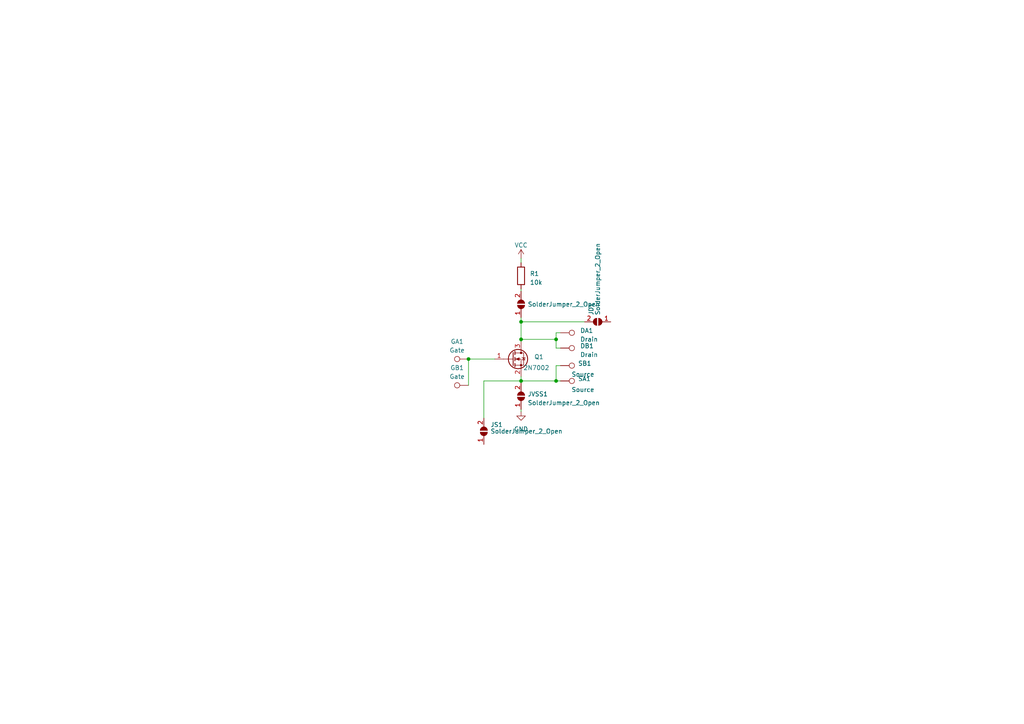
<source format=kicad_sch>
(kicad_sch (version 20230121) (generator eeschema)
  (paper "A4")
  (lib_symbols
    (symbol "Connector:TestPoint" (pin_numbers hide) (pin_names (offset 0.762) hide)
      (property "Reference" "TP" (at 0 6.858 0))
      (property "Value" "TestPoint" (at 0 5.08 0))
      (symbol "TestPoint_0_1"
        (circle (center 0 3.302) (radius 0.762))
      )
      (symbol "TestPoint_1_1"
        (pin passive line (at 0 0 90) (length 2.54) (name "1") (number "1"))
      )
    )
    (symbol "Device:R" (pin_numbers hide) (pin_names (offset 0))
      (property "Reference" "R" (at 2.032 0 90))
      (property "Value" "R" (at 0 0 90))
      (symbol "R_0_1"
        (rectangle (start -1.016 -2.54) (end 1.016 2.54) (stroke (width 0.254)))
      )
      (symbol "R_1_1"
        (pin passive line (at 0 3.81 270) (length 1.27) (name "~") (number "1"))
        (pin passive line (at 0 -3.81 90) (length 1.27) (name "~") (number "2"))
      )
    )
    (symbol "Jumper:SolderJumper_2_Open" (pin_names (offset 0) hide)
      (property "Reference" "JP" (at 0 2.032 0))
      (property "Value" "SolderJumper_2_Open" (at 0 -2.54 0))
      (symbol "SolderJumper_2_Open_0_1"
        (arc (start -0.254 1.016) (mid -1.2656 0) (end -0.254 -1.016))
        (arc (start -0.254 1.016) (mid -1.2656 0) (end -0.254 -1.016) (fill (type outline)))
        (polyline (pts (xy -0.254 1.016) (xy -0.254 -1.016)))
        (polyline (pts (xy 0.254 1.016) (xy 0.254 -1.016)))
        (arc (start 0.254 -1.016) (mid 1.2656 0) (end 0.254 1.016))
        (arc (start 0.254 -1.016) (mid 1.2656 0) (end 0.254 1.016) (fill (type outline)))
      )
      (symbol "SolderJumper_2_Open_1_1"
        (pin passive line (at -3.81 0 0) (length 2.54) (name "A") (number "1"))
        (pin passive line (at 3.81 0 180) (length 2.54) (name "B") (number "2"))
      )
    )
    (symbol "Transistor_FET:2N7002" (pin_names hide)
      (property "Reference" "Q" (at 5.08 1.905 0))
      (property "Value" "2N7002" (at 5.08 0 0))
      (symbol "2N7002_0_1"
        (polyline (pts (xy 0.254 0) (xy -2.54 0)))
        (polyline (pts (xy 0.254 1.905) (xy 0.254 -1.905)) (stroke (width 0.254)))
        (polyline (pts (xy 0.762 -1.27) (xy 0.762 -2.286)) (stroke (width 0.254)))
        (polyline (pts (xy 0.762 0.508) (xy 0.762 -0.508)) (stroke (width 0.254)))
        (polyline (pts (xy 0.762 2.286) (xy 0.762 1.27)) (stroke (width 0.254)))
        (polyline (pts (xy 2.54 2.54) (xy 2.54 1.778)))
        (polyline (pts (xy 2.54 -2.54) (xy 2.54 0) (xy 0.762 0)))
        (polyline (pts (xy 0.762 -1.778) (xy 3.302 -1.778) (xy 3.302 1.778) (xy 0.762 1.778)))
        (polyline (pts (xy 1.016 0) (xy 2.032 0.381) (xy 2.032 -0.381) (xy 1.016 0)) (fill (type outline)))
        (polyline (pts (xy 2.794 0.508) (xy 2.921 0.381) (xy 3.683 0.381) (xy 3.81 0.254)))
        (polyline (pts (xy 3.302 0.381) (xy 2.921 -0.254) (xy 3.683 -0.254) (xy 3.302 0.381)))
        (circle (center 1.651 0) (radius 2.794) (stroke (width 0.254)))
        (circle (center 2.54 -1.778) (radius 0.254) (fill (type outline)))
        (circle (center 2.54 1.778) (radius 0.254) (fill (type outline)))
      )
      (symbol "2N7002_1_1"
        (pin input line (at -5.08 0 0) (length 2.54) (name "G") (number "1"))
        (pin passive line (at 2.54 -5.08 90) (length 2.54) (name "S") (number "2"))
        (pin passive line (at 2.54 5.08 270) (length 2.54) (name "D") (number "3"))
      )
    )
    (symbol "power:GND" (power) (pin_names (offset 0))
      (property "Value" "GND" (at 0 -3.81 0))
      (symbol "GND_0_1"
        (polyline (pts (xy 0 0) (xy 0 -1.27) (xy 1.27 -1.27) (xy 0 -2.54) (xy -1.27 -1.27) (xy 0 -1.27)))
      )
      (symbol "GND_1_1"
        (pin power_in line (at 0 0 270) (length 0) hide (name "GND") (number "1"))
      )
    )
    (symbol "power:VCC" (power) (pin_names (offset 0))
      (property "Value" "VCC" (at 0 3.81 0))
      (symbol "VCC_0_1"
        (polyline (pts (xy -0.762 1.27) (xy 0 2.54)))
        (polyline (pts (xy 0 0) (xy 0 2.54)))
        (polyline (pts (xy 0 2.54) (xy 0.762 1.27)))
      )
      (symbol "VCC_1_1"
        (pin power_in line (at 0 0 90) (length 0) hide (name "VCC") (number "1"))
      )
    )
  )
  (junction (at 161.29 98.425))
  (junction (at 151.13 93.345))
  (junction (at 151.13 98.425))
  (junction (at 151.13 110.49))
  (junction (at 135.89 104.14))
  (junction (at 161.29 110.49))
  (wire (pts (xy 135.89 104.14) (xy 143.51 104.14)))
  (wire (pts (xy 140.335 121.285) (xy 140.335 110.49)))
  (wire (pts (xy 151.13 118.745) (xy 151.13 119.38)))
  (wire (pts (xy 151.13 93.345) (xy 169.545 93.345)))
  (wire (pts (xy 161.29 100.965) (xy 162.56 100.965)))
  (wire (pts (xy 135.89 104.14) (xy 135.89 111.76)))
  (wire (pts (xy 161.29 96.52) (xy 161.29 98.425)))
  (wire (pts (xy 151.13 98.425) (xy 151.13 99.06)))
  (wire (pts (xy 151.13 83.82) (xy 151.13 84.455)))
  (wire (pts (xy 151.13 98.425) (xy 151.13 93.345)))
  (wire (pts (xy 161.29 106.045) (xy 161.29 110.49)))
  (wire (pts (xy 151.13 93.345) (xy 151.13 92.075)))
  (wire (pts (xy 161.29 110.49) (xy 162.56 110.49)))
  (wire (pts (xy 161.29 96.52) (xy 162.56 96.52)))
  (wire (pts (xy 151.13 109.22) (xy 151.13 110.49)))
  (wire (pts (xy 151.13 110.49) (xy 161.29 110.49)))
  (wire (pts (xy 151.13 74.93) (xy 151.13 76.2)))
  (wire (pts (xy 140.335 110.49) (xy 151.13 110.49)))
  (wire (pts (xy 161.29 98.425) (xy 151.13 98.425)))
  (wire (pts (xy 161.29 98.425) (xy 161.29 100.965)))
  (wire (pts (xy 162.56 106.045) (xy 161.29 106.045)))
  (wire (pts (xy 151.13 110.49) (xy 151.13 111.125)))
  (symbol (lib_id "Jumper:SolderJumper_2_Open") (at 140.335 125.095 90) (unit 1)
    (property "Reference" "JS1" (at 142.24 123.19 90) (effects (justify right)))
    (property "Value" "SolderJumper_2_Open" (at 142.24 125.095 90) (effects (justify right)))
    (property "Footprint" "Jumper:SolderJumper-2_P1.3mm_Open_TrianglePad1.0x1.5mm" (effects hide))
  )
  (symbol (lib_id "Connector:TestPoint") (at 162.56 110.49 270) (unit 1)
    (property "Reference" "SA1" (at 167.64 109.855 90) (effects (justify left)))
    (property "Value" "Source" (at 165.735 113.03 90) (effects (justify left)))
    (property "Footprint" "TestPoint:TestPoint_THTPad_D1.5mm_Drill0.7mm" (effects hide))
  )
  (symbol (lib_id "Device:R") (at 151.13 80.01 0) (unit 1)
    (property "Reference" "R1" (at 153.67 79.375 0) (effects (justify left)))
    (property "Value" "10k" (at 153.67 81.915 0) (effects (justify left)))
    (property "Footprint" "Resistor_SMD:R_0603_1608Metric_Pad0.98x0.95mm_HandSolder" (effects hide))
  )
  (symbol (lib_id "Connector:TestPoint") (at 162.56 96.52 270) (unit 1)
    (property "Reference" "DA1" (at 168.275 95.885 90) (effects (justify left)))
    (property "Value" "Drain" (at 168.275 98.425 90) (effects (justify left)))
    (property "Footprint" "TestPoint:TestPoint_THTPad_D1.5mm_Drill0.7mm" (effects hide))
  )
  (symbol (lib_id "Transistor_FET:2N7002") (at 148.59 104.14 0) (unit 1)
    (property "Reference" "Q1" (at 154.94 103.505 0) (effects (justify left)))
    (property "Value" "2N7002" (at 151.765 106.68 0) (effects (justify left)))
    (property "Footprint" "Package_TO_SOT_SMD:SOT-23" (effects hide))
    (property "Datasheet" "https://www.onsemi.com/pub/Collateral/NDS7002A-D.PDF" (effects hide))
  )
  (symbol (lib_id "Connector:TestPoint") (at 162.56 100.965 270) (unit 1)
    (property "Reference" "DB1" (at 168.275 100.33 90) (effects (justify left)))
    (property "Value" "Drain" (at 168.275 102.87 90) (effects (justify left)))
    (property "Footprint" "TestPoint:TestPoint_THTPad_D1.5mm_Drill0.7mm" (effects hide))
  )
  (symbol (lib_id "power:VCC") (at 151.13 74.93 0) (unit 1)
    (property "Reference" "#PWR01" (effects hide))
    (property "Value" "VCC" (at 151.13 71.12 0))
  )
  (symbol (lib_id "power:GND") (at 151.13 119.38 0) (unit 1)
    (property "Reference" "#PWR02" (effects hide))
    (property "Value" "GND" (at 151.13 124.46 0))
  )
  (symbol (lib_id "Jumper:SolderJumper_2_Open") (at 151.13 88.265 90) (unit 1)
    (property "Reference" "JVCC1" (effects hide))
    (property "Value" "SolderJumper_2_Open" (at 153.035 88.265 90) (effects (justify right)))
    (property "Footprint" "Jumper:SolderJumper-2_P1.3mm_Open_TrianglePad1.0x1.5mm" (effects hide))
  )
  (symbol (lib_id "Connector:TestPoint") (at 135.89 111.76 90) (unit 1)
    (property "Reference" "GB1" (at 132.588 106.68 90))
    (property "Value" "Gate" (at 132.588 109.22 90))
    (property "Footprint" "TestPoint:TestPoint_THTPad_D1.5mm_Drill0.7mm" (effects hide))
  )
  (symbol (lib_id "Jumper:SolderJumper_2_Open") (at 151.13 114.935 90) (unit 1)
    (property "Reference" "JVSS1" (at 153.035 114.3 90) (effects (justify right)))
    (property "Value" "SolderJumper_2_Open" (at 153.035 116.84 90) (effects (justify right)))
    (property "Footprint" "Jumper:SolderJumper-2_P1.3mm_Open_TrianglePad1.0x1.5mm" (effects hide))
  )
  (symbol (lib_id "Jumper:SolderJumper_2_Open") (at 173.355 93.345 180) (unit 1)
    (property "Reference" "JD1" (at 171.45 91.44 90) (effects (justify right)))
    (property "Value" "SolderJumper_2_Open" (at 173.355 91.44 90) (effects (justify right)))
    (property "Footprint" "Jumper:SolderJumper-2_P1.3mm_Open_TrianglePad1.0x1.5mm" (effects hide))
  )
  (symbol (lib_id "Connector:TestPoint") (at 162.56 106.045 270) (unit 1)
    (property "Reference" "SB1" (at 167.64 105.41 90) (effects (justify left)))
    (property "Value" "Source" (at 165.735 108.585 90) (effects (justify left)))
    (property "Footprint" "TestPoint:TestPoint_THTPad_D1.5mm_Drill0.7mm" (effects hide))
  )
  (symbol (lib_id "Connector:TestPoint") (at 135.89 104.14 90) (unit 1)
    (property "Reference" "GA1" (at 132.588 99.06 90))
    (property "Value" "Gate" (at 132.588 101.6 90))
    (property "Footprint" "TestPoint:TestPoint_THTPad_D1.5mm_Drill0.7mm" (effects hide))
  )
)
</source>
